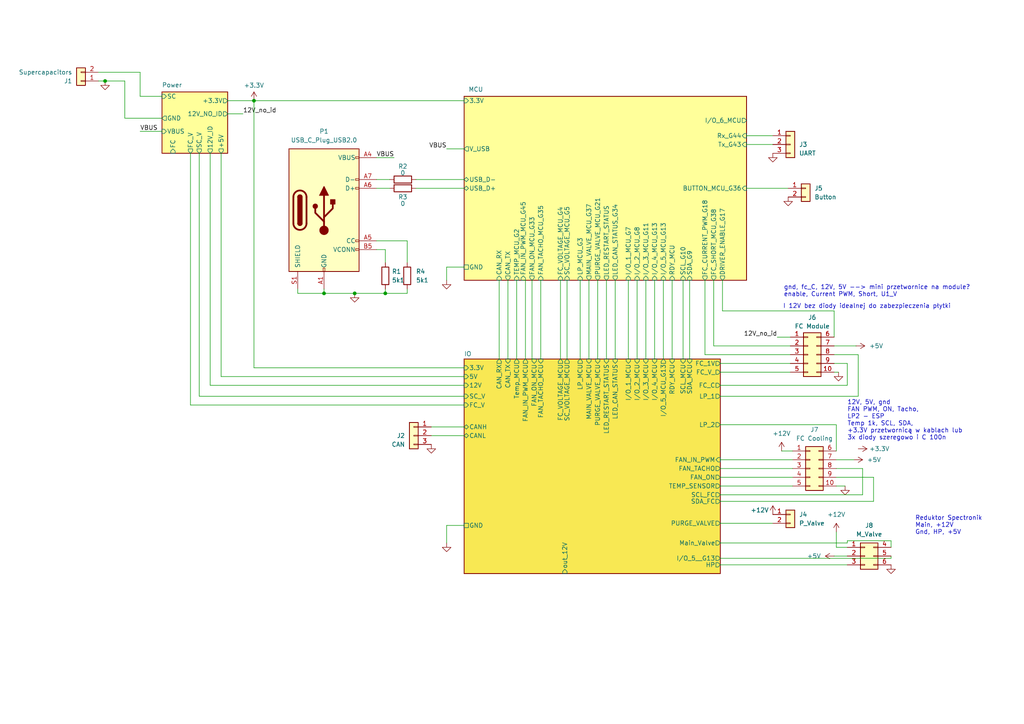
<source format=kicad_sch>
(kicad_sch (version 20250114) (generator "eeschema") (generator_version "9.0")
  (paper "A4")
  (title_block (title "Fuel Cell Control Unit  (FCCU)") (date "2024-01-24") (rev "1") (company "Hydrogreen Pollub"))
  (lib_symbols
    (symbol "Connector:USB_C_Plug_USB2.0" (pin_names (offset 1.016))
      (property "Reference" "P1" (at 0 22.86 0))
      (property "Value" "USB_C_Plug_USB2.0" (at 0 20.32 0))
      (symbol "USB_C_Plug_USB2.0_0_0"
        (rectangle (start -0.254 -17.78) (end 0.254 -16.764))
        (rectangle (start 10.16 15.494) (end 9.144 14.986))
        (rectangle (start 10.16 9.144) (end 9.144 8.636))
        (rectangle (start 10.16 6.604) (end 9.144 6.096))
        (rectangle (start 10.16 -8.636) (end 9.144 -9.144))
        (rectangle (start 10.16 -11.176) (end 9.144 -11.684))
      )
      (symbol "USB_C_Plug_USB2.0_0_1"
        (rectangle (start -10.16 17.78) (end 10.16 -17.78) (stroke (width 0.254)) (fill (type background)))
        (polyline (pts (xy -8.89 -3.81) (xy -8.89 3.81)) (stroke (width 0.508)))
        (rectangle (start -7.62 -3.81) (end -6.35 3.81) (stroke (width 0.254)) (fill (type outline)))
        (arc (start -7.62 3.81) (mid -6.985 4.4423) (end -6.35 3.81) (stroke (width 0.254)))
        (arc (start -7.62 3.81) (mid -6.985 4.4423) (end -6.35 3.81) (stroke (width 0.254)) (fill (type outline)))
        (arc (start -8.89 3.81) (mid -6.985 5.7067) (end -5.08 3.81) (stroke (width 0.508)))
        (arc (start -5.08 -3.81) (mid -6.985 -5.7067) (end -8.89 -3.81) (stroke (width 0.508)))
        (arc (start -6.35 -3.81) (mid -6.985 -4.4423) (end -7.62 -3.81) (stroke (width 0.254)))
        (arc (start -6.35 -3.81) (mid -6.985 -4.4423) (end -7.62 -3.81) (stroke (width 0.254)) (fill (type outline)))
        (polyline (pts (xy -5.08 3.81) (xy -5.08 -3.81)) (stroke (width 0.508)))
        (circle (center -2.54 1.143) (radius 0.635) (stroke (width 0.254)) (fill (type outline)))
        (polyline (pts (xy -1.27 4.318) (xy 0 6.858) (xy 1.27 4.318) (xy -1.27 4.318)) (stroke (width 0.254)) (fill (type outline)))
        (polyline (pts (xy 0 -2.032) (xy 2.54 0.508) (xy 2.54 1.778)) (stroke (width 0.508)))
        (polyline (pts (xy 0 -3.302) (xy -2.54 -0.762) (xy -2.54 0.508)) (stroke (width 0.508)))
        (polyline (pts (xy 0 -5.842) (xy 0 4.318)) (stroke (width 0.508)))
        (circle (center 0 -5.842) (radius 1.27) (fill (type outline)))
        (rectangle (start 1.905 1.778) (end 3.175 3.048) (stroke (width 0.254)) (fill (type outline)))
      )
      (symbol "USB_C_Plug_USB2.0_1_1"
        (pin passive line (at -7.62 -22.86 90) (length 5.08) (name "SHIELD") (number "S1"))
        (pin passive line (at 0 -22.86 90) (length 5.08) (name "GND") (number "A1"))
        (pin passive line (at 0 -22.86 90) (length 5.08) (hide yes) (name "GND") (number "A12"))
        (pin passive line (at 0 -22.86 90) (length 5.08) (hide yes) (name "GND") (number "B1"))
        (pin passive line (at 0 -22.86 90) (length 5.08) (hide yes) (name "GND") (number "B12"))
        (pin passive line (at 15.24 15.24 180) (length 5.08) (name "VBUS") (number "A4"))
        (pin passive line (at 15.24 15.24 180) (length 5.08) (hide yes) (name "VBUS") (number "A9"))
        (pin passive line (at 15.24 15.24 180) (length 5.08) (hide yes) (name "VBUS") (number "B4"))
        (pin passive line (at 15.24 15.24 180) (length 5.08) (hide yes) (name "VBUS") (number "B9"))
        (pin bidirectional line (at 15.24 8.89 180) (length 5.08) (name "D-") (number "A7"))
        (pin bidirectional line (at 15.24 8.89 180) (length 5.08) (hide yes) (name "D-") (number "B7"))
        (pin bidirectional line (at 15.24 6.35 180) (length 5.08) (name "D+") (number "A6"))
        (pin bidirectional line (at 15.24 6.35 180) (length 5.08) (hide yes) (name "D+") (number "B6"))
        (pin bidirectional line (at 15.24 -8.89 180) (length 5.08) (name "CC") (number "A5"))
        (pin bidirectional line (at 15.24 -11.43 180) (length 5.08) (name "VCONN") (number "B5"))
      )
    )
    (symbol "Connector_Generic:Conn_01x02" (pin_names (offset 1.016) (hide yes))
      (property "Reference" "J" (at 0 2.54 0))
      (property "Value" "Conn_01x02" (at 0 -5.08 0))
      (symbol "Conn_01x02_1_1"
        (rectangle (start -1.27 1.27) (end 1.27 -3.81) (stroke (width 0.254)) (fill (type background)))
        (rectangle (start -1.27 0.127) (end 0 -0.127) (stroke (width 0.1524)))
        (rectangle (start -1.27 -2.413) (end 0 -2.667) (stroke (width 0.1524)))
        (pin passive line (at -5.08 0 0) (length 3.81) (name "Pin_1") (number "1"))
        (pin passive line (at -5.08 -2.54 0) (length 3.81) (name "Pin_2") (number "2"))
      )
    )
    (symbol "Connector_Generic:Conn_01x03" (pin_names (offset 1.016) (hide yes))
      (property "Reference" "J" (at 0 5.08 0))
      (property "Value" "Conn_01x03" (at 0 -5.08 0))
      (symbol "Conn_01x03_1_1"
        (rectangle (start -1.27 3.81) (end 1.27 -3.81) (stroke (width 0.254)) (fill (type background)))
        (rectangle (start -1.27 2.667) (end 0 2.413) (stroke (width 0.1524)))
        (rectangle (start -1.27 0.127) (end 0 -0.127) (stroke (width 0.1524)))
        (rectangle (start -1.27 -2.413) (end 0 -2.667) (stroke (width 0.1524)))
        (pin passive line (at -5.08 2.54 0) (length 3.81) (name "Pin_1") (number "1"))
        (pin passive line (at -5.08 0 0) (length 3.81) (name "Pin_2") (number "2"))
        (pin passive line (at -5.08 -2.54 0) (length 3.81) (name "Pin_3") (number "3"))
      )
    )
    (symbol "Connector_Generic:Conn_02x03_Top_Bottom" (pin_names (offset 1.016) (hide yes))
      (property "Reference" "J" (at 1.27 5.08 0))
      (property "Value" "Conn_02x03_Top_Bottom" (at 1.27 -5.08 0))
      (symbol "Conn_02x03_Top_Bottom_1_1"
        (rectangle (start -1.27 3.81) (end 3.81 -3.81) (stroke (width 0.254)) (fill (type background)))
        (rectangle (start -1.27 2.667) (end 0 2.413) (stroke (width 0.1524)))
        (rectangle (start -1.27 0.127) (end 0 -0.127) (stroke (width 0.1524)))
        (rectangle (start -1.27 -2.413) (end 0 -2.667) (stroke (width 0.1524)))
        (rectangle (start 3.81 2.667) (end 2.54 2.413) (stroke (width 0.1524)))
        (rectangle (start 3.81 0.127) (end 2.54 -0.127) (stroke (width 0.1524)))
        (rectangle (start 3.81 -2.413) (end 2.54 -2.667) (stroke (width 0.1524)))
        (pin passive line (at -5.08 2.54 0) (length 3.81) (name "Pin_1") (number "1"))
        (pin passive line (at -5.08 0 0) (length 3.81) (name "Pin_2") (number "2"))
        (pin passive line (at -5.08 -2.54 0) (length 3.81) (name "Pin_3") (number "3"))
        (pin passive line (at 7.62 2.54 180) (length 3.81) (name "Pin_4") (number "4"))
        (pin passive line (at 7.62 0 180) (length 3.81) (name "Pin_5") (number "5"))
        (pin passive line (at 7.62 -2.54 180) (length 3.81) (name "Pin_6") (number "6"))
      )
    )
    (symbol "Connector_Generic:Conn_02x05_Top_Bottom" (pin_names (offset 1.016) (hide yes))
      (property "Reference" "J" (at 1.27 7.62 0))
      (property "Value" "Conn_02x05_Top_Bottom" (at 1.27 -7.62 0))
      (symbol "Conn_02x05_Top_Bottom_1_1"
        (rectangle (start -1.27 6.35) (end 3.81 -6.35) (stroke (width 0.254)) (fill (type background)))
        (rectangle (start -1.27 5.207) (end 0 4.953) (stroke (width 0.1524)))
        (rectangle (start -1.27 2.667) (end 0 2.413) (stroke (width 0.1524)))
        (rectangle (start -1.27 0.127) (end 0 -0.127) (stroke (width 0.1524)))
        (rectangle (start -1.27 -2.413) (end 0 -2.667) (stroke (width 0.1524)))
        (rectangle (start -1.27 -4.953) (end 0 -5.207) (stroke (width 0.1524)))
        (rectangle (start 3.81 5.207) (end 2.54 4.953) (stroke (width 0.1524)))
        (rectangle (start 3.81 2.667) (end 2.54 2.413) (stroke (width 0.1524)))
        (rectangle (start 3.81 0.127) (end 2.54 -0.127) (stroke (width 0.1524)))
        (rectangle (start 3.81 -2.413) (end 2.54 -2.667) (stroke (width 0.1524)))
        (rectangle (start 3.81 -4.953) (end 2.54 -5.207) (stroke (width 0.1524)))
        (pin passive line (at -5.08 5.08 0) (length 3.81) (name "Pin_1") (number "1"))
        (pin passive line (at -5.08 2.54 0) (length 3.81) (name "Pin_2") (number "2"))
        (pin passive line (at -5.08 0 0) (length 3.81) (name "Pin_3") (number "3"))
        (pin passive line (at -5.08 -2.54 0) (length 3.81) (name "Pin_4") (number "4"))
        (pin passive line (at -5.08 -5.08 0) (length 3.81) (name "Pin_5") (number "5"))
        (pin passive line (at 7.62 5.08 180) (length 3.81) (name "Pin_6") (number "6"))
        (pin passive line (at 7.62 2.54 180) (length 3.81) (name "Pin_7") (number "7"))
        (pin passive line (at 7.62 0 180) (length 3.81) (name "Pin_8") (number "8"))
        (pin passive line (at 7.62 -2.54 180) (length 3.81) (name "Pin_9") (number "9"))
        (pin passive line (at 7.62 -5.08 180) (length 3.81) (name "Pin_10") (number "10"))
      )
    )
    (symbol "Device:R" (pin_numbers (hide yes)) (pin_names (offset 0))
      (property "Reference" "R" (at 2.032 0 90))
      (property "Value" "R" (at 0 0 90))
      (symbol "R_0_1"
        (rectangle (start -1.016 -2.54) (end 1.016 2.54) (stroke (width 0.254)))
      )
      (symbol "R_1_1"
        (pin passive line (at 0 3.81 270) (length 1.27) (name "~") (number "1"))
        (pin passive line (at 0 -3.81 90) (length 1.27) (name "~") (number "2"))
      )
    )
    (symbol "power:+12V" (power) (pin_names (offset 0))
      (property "Value" "+12V" (at 0 3.556 0))
      (symbol "+12V_0_1"
        (polyline (pts (xy -0.762 1.27) (xy 0 2.54)))
        (polyline (pts (xy 0 2.54) (xy 0.762 1.27)))
        (polyline (pts (xy 0 0) (xy 0 2.54)))
      )
      (symbol "+12V_1_1"
        (pin power_in line (at 0 0 90) (length 0) (hide yes) (name "+12V") (number "1"))
      )
    )
    (symbol "power:+3.3V" (power) (pin_names (offset 0))
      (property "Value" "+3.3V" (at 0 3.556 0))
      (symbol "+3.3V_0_1"
        (polyline (pts (xy -0.762 1.27) (xy 0 2.54)))
        (polyline (pts (xy 0 2.54) (xy 0.762 1.27)))
        (polyline (pts (xy 0 0) (xy 0 2.54)))
      )
      (symbol "+3.3V_1_1"
        (pin power_in line (at 0 0 90) (length 0) (hide yes) (name "+3.3V") (number "1"))
      )
    )
    (symbol "power:+5V" (power) (pin_numbers (hide yes)) (pin_names (offset 0) (hide yes))
      (property "Value" "+5V" (at 0 3.556 0))
      (symbol "+5V_0_1"
        (polyline (pts (xy -0.762 1.27) (xy 0 2.54)))
        (polyline (pts (xy 0 2.54) (xy 0.762 1.27)))
        (polyline (pts (xy 0 0) (xy 0 2.54)))
      )
      (symbol "+5V_1_1"
        (pin power_in line (at 0 0 90) (length 0) (name "~") (number "1"))
      )
    )
    (symbol "power:GND" (power) (pin_names (offset 0))
      (property "Value" "GND" (at 0 -3.81 0))
      (symbol "GND_0_1"
        (polyline (pts (xy 0 0) (xy 0 -1.27) (xy 1.27 -1.27) (xy 0 -2.54) (xy -1.27 -1.27) (xy 0 -1.27)))
      )
      (symbol "GND_1_1"
        (pin power_in line (at 0 0 270) (length 0) (hide yes) (name "GND") (number "1"))
      )
    )
  )
  (text "12V, 5V, gnd    \nFAN PWM, ON, Tacho, \nLP2 - ESP \nTemp 1k, SCL, SDA, \n+3.3V przetwornicą w kablach lub\n3x diody szeregowo i C 100n\n" (at 245.745 121.92 0) (effects (font (size 1.27 1.27)) (justify left)))
  (text "Reduktor Spectronik \nMain, +12V\nGnd, HP, +5V\n" (at 265.43 152.4 0) (effects (font (size 1.27 1.27)) (justify left)))
  (text "gnd, fc_C, 12V, 5V --> mini przetwornice na module?\nenable, Current PWM, Short, U1_V " (at 227.33 84.455 0) (effects (font (size 1.27 1.27)) (justify left)))
  (text "I 12V bez diody idealnej do zabezpieczenia płytki\n" (at 251.46 88.9 0) (effects (font (size 1.27 1.27))))
  (junction (at 102.87 85.09))
  (junction (at 30.48 23.495))
  (junction (at 93.98 85.09))
  (junction (at 73.66 29.21))
  (junction (at 111.76 85.09))
  (wire (pts (xy 111.76 72.39) (xy 111.76 76.2)))
  (wire (pts (xy 242.57 158.75) (xy 245.745 158.75)))
  (wire (pts (xy 208.915 105.41) (xy 229.235 105.41)))
  (wire (pts (xy 208.915 114.935) (xy 248.92 114.935)))
  (wire (pts (xy 243.205 107.95) (xy 241.935 107.95)))
  (wire (pts (xy 170.815 104.14) (xy 170.815 81.28)))
  (wire (pts (xy 40.64 27.94) (xy 46.99 27.94)))
  (wire (pts (xy 102.87 85.09) (xy 111.76 85.09)))
  (wire (pts (xy 57.785 114.935) (xy 134.62 114.935)))
  (wire (pts (xy 70.485 33.02) (xy 66.04 33.02)))
  (wire (pts (xy 109.22 52.07) (xy 113.03 52.07)))
  (wire (pts (xy 209.55 81.28) (xy 209.55 90.17)))
  (wire (pts (xy 102.87 85.09) (xy 93.98 85.09)))
  (wire (pts (xy 248.92 102.87) (xy 248.92 114.935)))
  (wire (pts (xy 28.575 20.955) (xy 40.64 20.955)))
  (wire (pts (xy 134.62 109.22) (xy 64.135 109.22)))
  (wire (pts (xy 30.48 23.495) (xy 36.195 23.495)))
  (wire (pts (xy 258.445 158.75) (xy 258.445 156.845)))
  (wire (pts (xy 55.245 44.45) (xy 55.245 117.475)))
  (wire (pts (xy 60.96 44.45) (xy 60.96 111.76)))
  (wire (pts (xy 208.915 123.19) (xy 242.57 123.19)))
  (wire (pts (xy 253.365 145.415) (xy 208.915 145.415)))
  (wire (pts (xy 144.78 81.28) (xy 144.78 104.14)))
  (wire (pts (xy 125.095 123.825) (xy 134.62 123.825)))
  (wire (pts (xy 208.915 140.97) (xy 229.87 140.97)))
  (wire (pts (xy 242.57 135.89) (xy 250.19 135.89)))
  (wire (pts (xy 111.76 85.09) (xy 118.11 85.09)))
  (wire (pts (xy 184.785 81.28) (xy 184.785 104.14)))
  (wire (pts (xy 168.275 104.14) (xy 168.275 81.28)))
  (wire (pts (xy 209.55 90.17) (xy 241.935 90.17)))
  (wire (pts (xy 248.92 102.87) (xy 241.935 102.87)))
  (wire (pts (xy 198.12 81.28) (xy 198.12 104.14)))
  (wire (pts (xy 242.57 140.97) (xy 245.11 140.97)))
  (wire (pts (xy 162.56 81.28) (xy 162.56 104.14)))
  (wire (pts (xy 55.245 117.475) (xy 134.62 117.475)))
  (wire (pts (xy 187.325 81.28) (xy 187.325 104.14)))
  (wire (pts (xy 73.66 106.68) (xy 134.62 106.68)))
  (wire (pts (xy 208.915 157.48) (xy 245.745 157.48)))
  (wire (pts (xy 86.36 85.09) (xy 93.98 85.09)))
  (wire (pts (xy 200.025 81.28) (xy 200.025 104.14)))
  (wire (pts (xy 129.54 77.47) (xy 129.54 81.28)))
  (wire (pts (xy 250.19 143.51) (xy 250.19 135.89)))
  (wire (pts (xy 253.365 138.43) (xy 242.57 138.43)))
  (wire (pts (xy 258.445 161.925) (xy 258.445 161.29)))
  (wire (pts (xy 147.32 81.28) (xy 147.32 104.14)))
  (wire (pts (xy 118.11 85.09) (xy 118.11 83.82)))
  (wire (pts (xy 156.845 81.28) (xy 156.845 104.14)))
  (wire (pts (xy 57.785 44.45) (xy 57.785 114.935)))
  (wire (pts (xy 36.195 34.29) (xy 36.195 23.495)))
  (wire (pts (xy 245.745 111.76) (xy 245.745 105.41)))
  (wire (pts (xy 154.305 81.28) (xy 154.305 104.14)))
  (wire (pts (xy 247.65 133.35) (xy 242.57 133.35)))
  (wire (pts (xy 60.96 111.76) (xy 134.62 111.76)))
  (wire (pts (xy 129.54 43.18) (xy 134.62 43.18)))
  (wire (pts (xy 245.745 105.41) (xy 241.935 105.41)))
  (wire (pts (xy 208.915 135.89) (xy 229.87 135.89)))
  (wire (pts (xy 194.945 81.28) (xy 194.945 104.14)))
  (wire (pts (xy 28.575 23.495) (xy 30.48 23.495)))
  (wire (pts (xy 208.915 111.76) (xy 245.745 111.76)))
  (wire (pts (xy 241.935 90.17) (xy 241.935 97.79)))
  (wire (pts (xy 208.915 161.925) (xy 258.445 161.925)))
  (wire (pts (xy 182.245 81.28) (xy 182.245 104.14)))
  (wire (pts (xy 208.915 138.43) (xy 229.87 138.43)))
  (wire (pts (xy 242.57 154.305) (xy 242.57 158.75)))
  (wire (pts (xy 64.135 109.22) (xy 64.135 44.45)))
  (wire (pts (xy 73.66 29.21) (xy 134.62 29.21)))
  (wire (pts (xy 216.535 54.61) (xy 228.6 54.61)))
  (wire (pts (xy 109.22 69.85) (xy 118.11 69.85)))
  (wire (pts (xy 258.445 156.845) (xy 245.745 156.845)))
  (wire (pts (xy 109.22 72.39) (xy 111.76 72.39)))
  (wire (pts (xy 149.86 81.28) (xy 149.86 104.14)))
  (wire (pts (xy 207.01 100.33) (xy 229.235 100.33)))
  (wire (pts (xy 154.305 104.14) (xy 154.94 104.14)))
  (wire (pts (xy 152.4 104.14) (xy 152.4 81.28)))
  (wire (pts (xy 125.095 126.365) (xy 134.62 126.365)))
  (wire (pts (xy 66.04 29.21) (xy 73.66 29.21)))
  (wire (pts (xy 208.915 163.83) (xy 245.745 163.83)))
  (wire (pts (xy 40.64 38.1) (xy 46.99 38.1)))
  (wire (pts (xy 152.4 81.28) (xy 151.765 81.28)))
  (wire (pts (xy 208.915 133.35) (xy 229.87 133.35)))
  (wire (pts (xy 73.66 29.21) (xy 73.66 106.68)))
  (wire (pts (xy 208.915 151.765) (xy 224.155 151.765)))
  (wire (pts (xy 241.935 100.33) (xy 248.285 100.33)))
  (wire (pts (xy 253.365 138.43) (xy 253.365 145.415)))
  (wire (pts (xy 216.535 39.37) (xy 224.155 39.37)))
  (wire (pts (xy 134.62 152.4) (xy 129.54 152.4)))
  (wire (pts (xy 204.47 102.87) (xy 229.235 102.87)))
  (wire (pts (xy 204.47 81.28) (xy 204.47 102.87)))
  (wire (pts (xy 242.57 123.19) (xy 242.57 130.81)))
  (wire (pts (xy 207.01 81.28) (xy 207.01 100.33)))
  (wire (pts (xy 241.935 161.29) (xy 245.745 161.29)))
  (wire (pts (xy 192.405 81.28) (xy 192.405 104.14)))
  (wire (pts (xy 178.435 81.28) (xy 178.435 104.14)))
  (wire (pts (xy 226.695 130.81) (xy 229.87 130.81)))
  (wire (pts (xy 120.65 52.07) (xy 134.62 52.07)))
  (wire (pts (xy 40.64 20.955) (xy 40.64 27.94)))
  (wire (pts (xy 86.36 85.09) (xy 86.36 83.82)))
  (wire (pts (xy 134.62 77.47) (xy 129.54 77.47)))
  (wire (pts (xy 189.865 81.28) (xy 189.865 104.14)))
  (wire (pts (xy 208.915 143.51) (xy 250.19 143.51)))
  (wire (pts (xy 208.915 107.95) (xy 229.235 107.95)))
  (wire (pts (xy 120.65 54.61) (xy 134.62 54.61)))
  (wire (pts (xy 225.425 97.79) (xy 229.235 97.79)))
  (wire (pts (xy 46.99 34.29) (xy 36.195 34.29)))
  (wire (pts (xy 245.745 156.845) (xy 245.745 157.48)))
  (wire (pts (xy 114.3 45.72) (xy 109.22 45.72)))
  (wire (pts (xy 175.895 81.28) (xy 175.895 104.14)))
  (wire (pts (xy 129.54 152.4) (xy 129.54 157.48)))
  (wire (pts (xy 164.465 104.14) (xy 164.465 81.28)))
  (wire (pts (xy 109.22 54.61) (xy 113.03 54.61)))
  (wire (pts (xy 216.535 41.91) (xy 224.155 41.91)))
  (wire (pts (xy 173.355 81.28) (xy 173.355 104.14)))
  (wire (pts (xy 93.98 85.09) (xy 93.98 83.82)))
  (wire (pts (xy 118.11 69.85) (xy 118.11 76.2)))
  (wire (pts (xy 111.76 83.82) (xy 111.76 85.09)))
  (label "VBUS" (at 40.64 38.1 0))
  (label "VBUS" (at 114.3 45.72 180))
  (label "12V_no_id" (at 225.425 97.79 180))
  (label "VBUS" (at 129.54 43.18 180))
  (label "12V_no_id" (at 70.485 33.02 0))
  (symbol (lib_id "power:GND") (at 129.54 157.48 0) (unit 1)
    (property "Reference" "#PWR06" (effects (hide yes)))
    (property "Value" "GND" (effects (hide yes)))
  )
  (symbol (lib_id "power:+12V") (at 226.695 130.81 0) (unit 1)
    (property "Reference" "#PWR09" (effects (hide yes)))
    (property "Value" "+12V" (at 226.695 125.73 0))
  )
  (symbol (lib_id "power:GND") (at 125.095 128.905 0) (unit 1)
    (property "Reference" "#PWR04" (effects (hide yes)))
    (property "Value" "GND" (effects (hide yes)))
  )
  (symbol (lib_id "Connector:USB_C_Plug_USB2.0") (at 93.98 60.96 0) (unit 1)
    (property "Reference" "P1" (at 93.98 38.1 0))
    (property "Value" "USB_C_Plug_USB2.0" (at 93.98 40.64 0))
    (property "Footprint" "library:2169900002" (effects (hide yes)))
    (property "Datasheet" "https://www.usb.org/sites/default/files/documents/usb_type-c.zip" (effects (hide yes)))
  )
  (symbol (lib_id "power:+5V") (at 248.285 100.33 270) (unit 1)
    (property "Reference" "#PWR019" (effects (hide yes)))
    (property "Value" "+5V" (at 252.095 100.3299 90) (effects (justify left)))
    (property "Description" "Power symbol creates a global label with name \"+5V\"" (effects (hide yes)))
  )
  (symbol (lib_id "power:GND") (at 30.48 23.495 0) (unit 1)
    (property "Reference" "#PWR01" (effects (hide yes)))
    (property "Value" "GND" (effects (hide yes)))
  )
  (symbol (lib_id "Connector_Generic:Conn_01x03") (at 229.235 41.91 0) (unit 1)
    (property "Reference" "J3" (at 231.775 41.91 0) (effects (justify left)))
    (property "Value" "UART" (at 231.775 44.45 0) (effects (justify left)))
    (property "Footprint" "library:39303035" (effects (hide yes)))
  )
  (symbol (lib_id "power:GND") (at 245.11 140.97 0) (mirror y) (unit 1)
    (property "Reference" "#PWR014" (effects (hide yes)))
    (property "Value" "GND" (effects (hide yes)))
  )
  (symbol (lib_id "Device:R") (at 116.84 54.61 90) (unit 1)
    (property "Reference" "R3" (at 116.84 57.15 90))
    (property "Value" "0" (at 116.84 59.055 90))
    (property "Footprint" "Resistor_SMD:R_1206_3216Metric" (effects (hide yes)))
  )
  (symbol (lib_id "Connector_Generic:Conn_01x02") (at 233.68 54.61 0) (unit 1)
    (property "Reference" "J5" (at 236.22 54.6099 0) (effects (justify left)))
    (property "Value" "Button" (at 236.22 57.1499 0) (effects (justify left)))
    (property "Footprint" "Connector_Molex:Molex_Mini-Fit_Jr_5569-02A2_2x01_P4.20mm_Horizontal" (effects (hide yes)))
  )
  (symbol (lib_id "power:GND") (at 224.155 44.45 0) (mirror y) (unit 1)
    (property "Reference" "#PWR07" (effects (hide yes)))
    (property "Value" "GND" (effects (hide yes)))
  )
  (symbol (lib_id "power:+12V") (at 242.57 154.305 0) (unit 1)
    (property "Reference" "#PWR017" (effects (hide yes)))
    (property "Value" "+12V" (at 242.57 149.225 0))
  )
  (symbol (lib_id "power:+3.3V") (at 73.66 29.21 0) (unit 1)
    (property "Reference" "#PWR02" (effects (hide yes)))
    (property "Value" "+3.3V" (at 73.66 24.765 0))
  )
  (symbol (lib_id "Connector_Generic:Conn_01x03") (at 120.015 126.365 0) (mirror y) (unit 1)
    (property "Reference" "J2" (at 117.475 126.365 0) (effects (justify left)))
    (property "Value" "CAN" (at 117.475 128.905 0) (effects (justify left)))
    (property "Footprint" "library:39303035" (effects (hide yes)))
  )
  (symbol (lib_id "power:+5V") (at 247.65 133.35 270) (unit 1)
    (property "Reference" "#PWR051" (effects (hide yes)))
    (property "Value" "+5V" (at 251.46 133.3499 90) (effects (justify left)))
    (property "Description" "Power symbol creates a global label with name \"+5V\"" (effects (hide yes)))
  )
  (symbol (lib_id "Connector_Generic:Conn_01x02") (at 23.495 23.495 180) (unit 1)
    (property "Reference" "J1" (at 20.955 23.4951 0) (effects (justify left)))
    (property "Value" "Supercapacitors" (at 20.955 20.9551 0) (effects (justify left)))
    (property "Footprint" "Connector_Molex:Molex_Mini-Fit_Jr_5569-02A2_2x01_P4.20mm_Horizontal" (effects (hide yes)))
  )
  (symbol (lib_id "power:GND") (at 129.54 81.28 0) (unit 1)
    (property "Reference" "#PWR05" (effects (hide yes)))
    (property "Value" "GND" (effects (hide yes)))
  )
  (symbol (lib_id "power:+3.3V") (at 248.92 130.175 270) (unit 1)
    (property "Reference" "#PWR015" (effects (hide yes)))
    (property "Value" "+3.3V" (at 252.095 130.1749 90) (effects (justify left)))
  )
  (symbol (lib_id "Device:R") (at 116.84 52.07 90) (unit 1)
    (property "Reference" "R2" (at 116.84 48.26 90))
    (property "Value" "0" (at 116.84 50.165 90))
    (property "Footprint" "Resistor_SMD:R_1206_3216Metric" (effects (hide yes)))
  )
  (symbol (lib_id "power:+5V") (at 241.935 161.29 90) (unit 1)
    (property "Reference" "#PWR012" (effects (hide yes)))
    (property "Value" "+5V" (at 238.125 161.2899 90) (effects (justify left)))
    (property "Description" "Power symbol creates a global label with name \"+5V\"" (effects (hide yes)))
  )
  (symbol (lib_id "power:GND") (at 258.445 163.83 0) (mirror y) (unit 1)
    (property "Reference" "#PWR018" (effects (hide yes)))
    (property "Value" "GND" (effects (hide yes)))
  )
  (symbol (lib_id "power:GND") (at 102.87 85.09 0) (unit 1)
    (property "Reference" "#PWR03" (effects (hide yes)))
    (property "Value" "GND" (effects (hide yes)))
  )
  (symbol (lib_id "Device:R") (at 111.76 80.01 0) (unit 1)
    (property "Reference" "R1" (at 113.665 78.7399 0) (effects (justify left)))
    (property "Value" "5k1" (at 113.665 81.2799 0) (effects (justify left)))
    (property "Footprint" "Resistor_SMD:R_1206_3216Metric" (effects (hide yes)))
  )
  (symbol (lib_id "Connector_Generic:Conn_02x05_Top_Bottom") (at 234.95 135.89 0) (unit 1)
    (property "Reference" "J7" (at 236.22 124.6124 0))
    (property "Value" "FC Cooling" (at 236.22 127.1524 0))
    (property "Footprint" "Connector_Molex:Molex_Mini-Fit_Jr_5569-10A1_2x05_P4.20mm_Horizontal" (effects (hide yes)))
  )
  (symbol (lib_id "Connector_Generic:Conn_01x02") (at 229.235 149.225 0) (unit 1)
    (property "Reference" "J4" (at 231.775 149.225 0) (effects (justify left)))
    (property "Value" "P_Valve" (at 231.775 151.765 0) (effects (justify left)))
    (property "Footprint" "Connector_Molex:Molex_Mini-Fit_Jr_5569-02A2_2x01_P4.20mm_Horizontal" (effects (hide yes)))
  )
  (symbol (lib_id "Device:R") (at 118.11 80.01 0) (unit 1)
    (property "Reference" "R4" (at 120.65 78.7399 0) (effects (justify left)))
    (property "Value" "5k1" (at 120.65 81.2799 0) (effects (justify left)))
    (property "Footprint" "Resistor_SMD:R_1206_3216Metric" (effects (hide yes)))
  )
  (symbol (lib_id "power:+12V") (at 224.155 149.225 0) (unit 1)
    (property "Reference" "#PWR010" (effects (hide yes)))
    (property "Value" "+12V" (at 220.345 147.955 0))
  )
  (symbol (lib_id "Connector_Generic:Conn_02x05_Top_Bottom") (at 234.315 102.87 0) (unit 1)
    (property "Reference" "J6" (at 235.585 92.075 0))
    (property "Value" "FC Module" (at 235.585 94.615 0))
    (property "Footprint" "Connector_Molex:Molex_Mini-Fit_Jr_5569-10A1_2x05_P4.20mm_Horizontal" (effects (hide yes)))
  )
  (symbol (lib_id "Connector_Generic:Conn_02x03_Top_Bottom") (at 250.825 161.29 0) (unit 1)
    (property "Reference" "J8" (at 252.095 152.4 0))
    (property "Value" "M_Valve" (at 252.095 154.94 0))
    (property "Footprint" "Connector_Molex:Molex_Mini-Fit_Jr_5569-06A2_2x03_P4.20mm_Horizontal" (effects (hide yes)))
    (property "Description" "Generic connector, double row, 02x03, top/bottom pin numbering scheme (row 1: 1...pins_per_row, row2: pins_per_row+1 ... num_pins), script generated (kicad-library-utils/schlib/autogen/connector/)" (effects (hide yes)))
  )
  (symbol (lib_id "power:GND") (at 228.6 57.15 0) (mirror y) (unit 1)
    (property "Reference" "#PWR011" (effects (hide yes)))
    (property "Value" "GND" (effects (hide yes)))
  )
  (symbol (lib_id "power:GND") (at 243.205 107.95 0) (mirror y) (unit 1)
    (property "Reference" "#PWR013" (effects (hide yes)))
    (property "Value" "GND" (effects (hide yes)))
  )
  (sheet (at 134.62 104.14) (size 74.295 62.23) (stroke (width 0.254)) (fill (color 248 232 83 1.0000))
    (property "Sheetname" "IO" (at 134.62 103.3776 0) (effects (justify left bottom)))
    (property "Sheetfile" "schematc-io.kicad_sch" (effects (hide yes)))
    (pin "CAN_TX" input (at 147.32 104.14 90))
    (pin "CAN_RX" output (at 144.78 104.14 90))
    (pin "CANH" bidirectional (at 134.62 123.825 180))
    (pin "CANL" bidirectional (at 134.62 126.365 180))
    (pin "GND" passive (at 134.62 152.4 180))
    (pin "3.3V" input (at 134.62 106.68 180))
    (pin "PURGE_VALVE" output (at 208.915 151.765 0))
    (pin "12V" input (at 134.62 111.76 180))
    (pin "FC_V" input (at 134.62 117.475 180))
    (pin "Main_Valve" output (at 208.915 157.48 0))
    (pin "FAN_IN_PWM" input (at 208.915 133.35 0))
    (pin "5V" input (at 134.62 109.22 180))
    (pin "SC_V" input (at 134.62 114.935 180))
    (pin "FAN_IN_PWM_MCU" output (at 152.4 104.14 90))
    (pin "FAN_ON" output (at 208.915 138.43 0))
    (pin "FAN_ON_MCU" input (at 154.94 104.14 90))
    (pin "FAN_TACHO" output (at 208.915 135.89 0))
    (pin "FC_C" output (at 208.915 111.76 0))
    (pin "FC_VOLTAGE_MCU" output (at 162.56 104.14 90))
    (pin "I{slash}O_1_MCU" input (at 182.245 104.14 90))
    (pin "I{slash}O_2_MCU" input (at 184.785 104.14 90))
    (pin "I{slash}O_3_MCU" input (at 187.325 104.14 90))
    (pin "I{slash}O_4_MCU" input (at 189.865 104.14 90))
    (pin "LED_CAN_STATUS" input (at 178.435 104.14 90))
    (pin "LED_RESTART_STATUS" input (at 175.895 104.14 90))
    (pin "LP_MCU" output (at 168.275 104.14 90))
    (pin "PURGE_VALVE_MCU" input (at 173.355 104.14 90))
    (pin "SCL_MCU" input (at 198.12 104.14 90))
    (pin "SC_VOLTAGE_MCU" output (at 164.465 104.14 90))
    (pin "SDA_MCU" input (at 200.025 104.14 90))
    (pin "Temp_MCU" output (at 149.86 104.14 90))
    (pin "TEMP_SENSOR" output (at 208.915 140.97 0))
    (pin "FAN_TACHO_MCU" input (at 156.845 104.14 90))
    (pin "FC_1V" output (at 208.915 105.41 0))
    (pin "HP" output (at 208.915 163.83 0))
    (pin "MAIN_VALVE_MCU" input (at 170.815 104.14 90))
    (pin "SCL_FC" output (at 208.915 143.51 0))
    (pin "SDA_FC" output (at 208.915 145.415 0))
    (pin "LP_1" output (at 208.915 114.935 0))
    (pin "FC_V_" output (at 208.915 107.95 0))
    (pin "LP_2" output (at 208.915 123.19 0))
    (pin "I{slash}O_5_MCU_G13" output (at 192.405 104.14 90))
    (pin "out_12V" input (at 163.83 166.37 270))
    (pin "RDY_MCU" input (at 194.945 104.14 90))
    (pin "I{slash}O_5__G13" output (at 208.915 161.925 0))
  )
  (sheet (at 46.99 26.67) (size 19.05 17.78) (stroke (width 0.254)) (fill (color 255 255 154 1.0000))
    (property "Sheetname" "Power " (at 46.99 25.4 0) (effects (justify left bottom)))
    (property "Sheetfile" "schematic-power.kicad_sch" (effects (hide yes)))
    (pin "+3.3V" output (at 66.04 29.21 0))
    (pin "GND" output (at 46.99 34.29 180))
    (pin "VBUS" input (at 46.99 38.1 180))
    (pin "FC_V" output (at 55.245 44.45 270))
    (pin "SC" input (at 46.99 27.94 180))
    (pin "SC_V" output (at 57.785 44.45 270))
    (pin "+5V" output (at 64.135 44.45 270))
    (pin "12V_ID" output (at 60.96 44.45 270))
    (pin "12V_NO_ID" output (at 66.04 33.02 0))
    (pin "FC" input (at 50.165 44.45 270))
  )
  (sheet (at 134.62 27.94) (size 81.915 53.34) (stroke (width 0.254)) (fill (color 255 255 154 1.0000))
    (property "Sheetname" "MCU" (at 135.89 26.67 0) (effects (justify left bottom)))
    (property "Sheetfile" "schematic-mcu.kicad_sch" (effects (hide yes)))
    (pin "CAN_RX" input (at 144.78 81.28 270))
    (pin "CAN_TX" output (at 147.32 81.28 270))
    (pin "3.3V" input (at 134.62 29.21 180))
    (pin "GND" passive (at 134.62 77.47 180))
    (pin "USB_D+" bidirectional (at 134.62 54.61 180))
    (pin "USB_D-" bidirectional (at 134.62 52.07 180))
    (pin "BUTTON_MCU_G36" input (at 216.535 54.61 0))
    (pin "FAN_IN_PWM_MCU_G45" input (at 151.765 81.28 270))
    (pin "FAN_ON_MCU_G33" output (at 154.305 81.28 270))
    (pin "FAN_TACHO_MCU_G35" input (at 156.845 81.28 270))
    (pin "FC_CURRENT_PWM_G18" output (at 204.47 81.28 270))
    (pin "FC_SHORT_MCU_G38" output (at 207.01 81.28 270))
    (pin "FC_VOLTAGE_MCU_G4" input (at 162.56 81.28 270))
    (pin "I{slash}O_1_MCU_G7" input (at 182.245 81.28 270))
    (pin "I{slash}O_2_MCU_G8" input (at 184.785 81.28 270))
    (pin "I{slash}O_3_MCU_G11" input (at 187.325 81.28 270))
    (pin "I{slash}O_4_MCU_G13" input (at 189.865 81.28 270))
    (pin "LED_CAN_STATUS_G34" output (at 178.435 81.28 270))
    (pin "LED_RESTART_STATUS" output (at 175.895 81.28 270))
    (pin "LP_MCU_G3" input (at 168.275 81.28 270))
    (pin "MAIN_VALVE_MCU_G37" output (at 170.815 81.28 270))
    (pin "PURGE_VALVE_MCU_G21" output (at 173.355 81.28 270))
    (pin "Rx_G44" input (at 216.535 39.37 0))
    (pin "SC_VOLTAGE_MCU_G5" input (at 164.465 81.28 270))
    (pin "TEMP_MCU_G2" input (at 149.86 81.28 270))
    (pin "Tx_G43" input (at 216.535 41.91 0))
    (pin "DRIVER_ENABLE_G17" output (at 209.55 81.28 270))
    (pin "SCL_G10" input (at 198.12 81.28 270))
    (pin "SDA_G9" input (at 200.025 81.28 270))
    (pin "I{slash}O_5_MCU_G13" input (at 192.405 81.28 270))
    (pin "I{slash}O_6_MCU" output (at 216.535 34.925 0))
    (pin "RDY_MCU" input (at 194.945 81.28 270))
    (pin "V_USB" output (at 134.62 43.18 180))
  )
)
</source>
